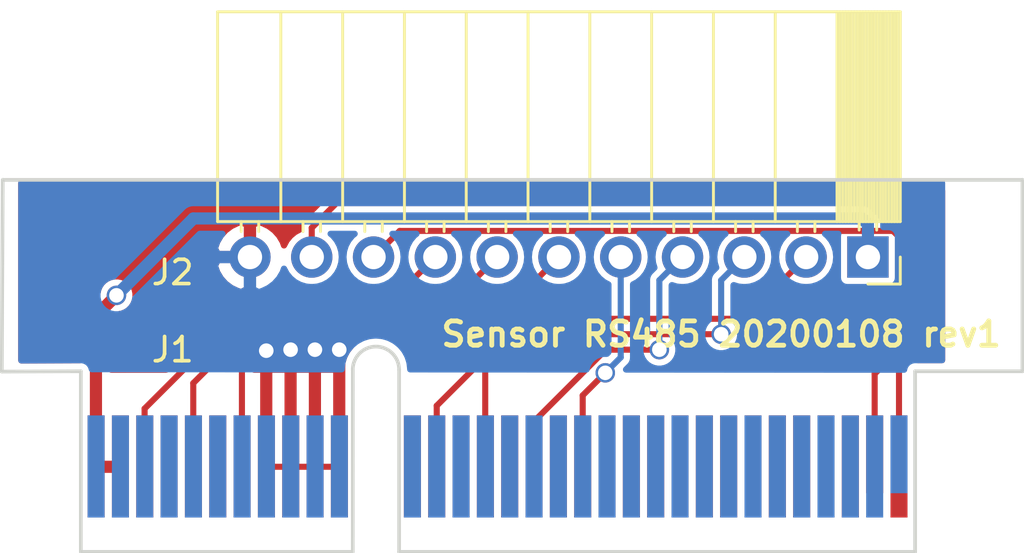
<source format=kicad_pcb>
(kicad_pcb (version 20171130) (host pcbnew "(5.1.2-1)-1")

  (general
    (thickness 1.6)
    (drawings 13)
    (tracks 72)
    (zones 0)
    (modules 2)
    (nets 12)
  )

  (page A4)
  (layers
    (0 F.Cu signal)
    (31 B.Cu signal)
    (32 B.Adhes user)
    (33 F.Adhes user hide)
    (34 B.Paste user)
    (35 F.Paste user)
    (36 B.SilkS user)
    (37 F.SilkS user)
    (38 B.Mask user hide)
    (39 F.Mask user)
    (40 Dwgs.User user hide)
    (41 Cmts.User user hide)
    (42 Eco1.User user)
    (43 Eco2.User user)
    (44 Edge.Cuts user)
    (45 Margin user)
    (46 B.CrtYd user)
    (47 F.CrtYd user)
    (48 B.Fab user hide)
    (49 F.Fab user hide)
  )

  (setup
    (last_trace_width 0.5)
    (user_trace_width 0.25)
    (user_trace_width 0.5)
    (trace_clearance 0.1)
    (zone_clearance 0.254)
    (zone_45_only no)
    (trace_min 0.2)
    (via_size 0.8)
    (via_drill 0.6)
    (via_min_size 0.4)
    (via_min_drill 0.3)
    (uvia_size 0.3)
    (uvia_drill 0.1)
    (uvias_allowed no)
    (uvia_min_size 0.2)
    (uvia_min_drill 0.1)
    (edge_width 0.15)
    (segment_width 0.2)
    (pcb_text_width 0.1)
    (pcb_text_size 0.5 0.5)
    (mod_edge_width 0.1)
    (mod_text_size 0.5 0.5)
    (mod_text_width 0.1)
    (pad_size 1.7 1.7)
    (pad_drill 1)
    (pad_to_mask_clearance 0.05)
    (solder_mask_min_width 0.1)
    (aux_axis_origin 0 0)
    (visible_elements 7FFFFFFF)
    (pcbplotparams
      (layerselection 0x010fc_ffffffff)
      (usegerberextensions false)
      (usegerberattributes false)
      (usegerberadvancedattributes false)
      (creategerberjobfile false)
      (excludeedgelayer true)
      (linewidth 0.100000)
      (plotframeref false)
      (viasonmask false)
      (mode 1)
      (useauxorigin false)
      (hpglpennumber 1)
      (hpglpenspeed 20)
      (hpglpendiameter 15.000000)
      (psnegative false)
      (psa4output false)
      (plotreference true)
      (plotvalue true)
      (plotinvisibletext false)
      (padsonsilk false)
      (subtractmaskfromsilk false)
      (outputformat 1)
      (mirror false)
      (drillshape 1)
      (scaleselection 1)
      (outputdirectory ""))
  )

  (net 0 "")
  (net 1 GND)
  (net 2 /CP0)
  (net 3 /Adr1)
  (net 4 /CP1)
  (net 5 /Adr0)
  (net 6 /Adr2)
  (net 7 /Vin_5V)
  (net 8 /RS485_A)
  (net 9 /RS485_B)
  (net 10 /RS485_Z)
  (net 11 /RS485_Y)

  (net_class Default "Dies ist die voreingestellte Netzklasse."
    (clearance 0.1)
    (trace_width 0.25)
    (via_dia 0.8)
    (via_drill 0.6)
    (uvia_dia 0.3)
    (uvia_drill 0.1)
    (add_net /Adr0)
    (add_net /Adr1)
    (add_net /Adr2)
    (add_net /CP0)
    (add_net /CP1)
    (add_net /RS485_A)
    (add_net /RS485_B)
    (add_net /RS485_Y)
    (add_net /RS485_Z)
    (add_net /Vin_5V)
    (add_net GND)
  )

  (net_class PWR ""
    (clearance 0.1)
    (trace_width 0.5)
    (via_dia 0.8)
    (via_drill 0.6)
    (uvia_dia 0.3)
    (uvia_drill 0.1)
  )

  (module Connector_PinSocket_2.54mm:PinSocket_1x11_P2.54mm_Horizontal (layer F.Cu) (tedit 5A19A41D) (tstamp 5D9DAB24)
    (at 141.9225 109.5375 270)
    (descr "Through hole angled socket strip, 1x11, 2.54mm pitch, 8.51mm socket length, single row (from Kicad 4.0.7), script generated")
    (tags "Through hole angled socket strip THT 1x11 2.54mm single row")
    (path /5DA21663)
    (fp_text reference J2 (at 0.635 28.575 180) (layer F.SilkS)
      (effects (font (size 1 1) (thickness 0.15)))
    )
    (fp_text value Conn_01x11_Male (at -4.38 28.17 90) (layer F.Fab)
      (effects (font (size 1 1) (thickness 0.15)))
    )
    (fp_line (start -10.03 -1.27) (end -2.49 -1.27) (layer F.Fab) (width 0.1))
    (fp_line (start -2.49 -1.27) (end -1.52 -0.3) (layer F.Fab) (width 0.1))
    (fp_line (start -1.52 -0.3) (end -1.52 26.67) (layer F.Fab) (width 0.1))
    (fp_line (start -1.52 26.67) (end -10.03 26.67) (layer F.Fab) (width 0.1))
    (fp_line (start -10.03 26.67) (end -10.03 -1.27) (layer F.Fab) (width 0.1))
    (fp_line (start 0 -0.3) (end -1.52 -0.3) (layer F.Fab) (width 0.1))
    (fp_line (start -1.52 0.3) (end 0 0.3) (layer F.Fab) (width 0.1))
    (fp_line (start 0 0.3) (end 0 -0.3) (layer F.Fab) (width 0.1))
    (fp_line (start 0 2.24) (end -1.52 2.24) (layer F.Fab) (width 0.1))
    (fp_line (start -1.52 2.84) (end 0 2.84) (layer F.Fab) (width 0.1))
    (fp_line (start 0 2.84) (end 0 2.24) (layer F.Fab) (width 0.1))
    (fp_line (start 0 4.78) (end -1.52 4.78) (layer F.Fab) (width 0.1))
    (fp_line (start -1.52 5.38) (end 0 5.38) (layer F.Fab) (width 0.1))
    (fp_line (start 0 5.38) (end 0 4.78) (layer F.Fab) (width 0.1))
    (fp_line (start 0 7.32) (end -1.52 7.32) (layer F.Fab) (width 0.1))
    (fp_line (start -1.52 7.92) (end 0 7.92) (layer F.Fab) (width 0.1))
    (fp_line (start 0 7.92) (end 0 7.32) (layer F.Fab) (width 0.1))
    (fp_line (start 0 9.86) (end -1.52 9.86) (layer F.Fab) (width 0.1))
    (fp_line (start -1.52 10.46) (end 0 10.46) (layer F.Fab) (width 0.1))
    (fp_line (start 0 10.46) (end 0 9.86) (layer F.Fab) (width 0.1))
    (fp_line (start 0 12.4) (end -1.52 12.4) (layer F.Fab) (width 0.1))
    (fp_line (start -1.52 13) (end 0 13) (layer F.Fab) (width 0.1))
    (fp_line (start 0 13) (end 0 12.4) (layer F.Fab) (width 0.1))
    (fp_line (start 0 14.94) (end -1.52 14.94) (layer F.Fab) (width 0.1))
    (fp_line (start -1.52 15.54) (end 0 15.54) (layer F.Fab) (width 0.1))
    (fp_line (start 0 15.54) (end 0 14.94) (layer F.Fab) (width 0.1))
    (fp_line (start 0 17.48) (end -1.52 17.48) (layer F.Fab) (width 0.1))
    (fp_line (start -1.52 18.08) (end 0 18.08) (layer F.Fab) (width 0.1))
    (fp_line (start 0 18.08) (end 0 17.48) (layer F.Fab) (width 0.1))
    (fp_line (start 0 20.02) (end -1.52 20.02) (layer F.Fab) (width 0.1))
    (fp_line (start -1.52 20.62) (end 0 20.62) (layer F.Fab) (width 0.1))
    (fp_line (start 0 20.62) (end 0 20.02) (layer F.Fab) (width 0.1))
    (fp_line (start 0 22.56) (end -1.52 22.56) (layer F.Fab) (width 0.1))
    (fp_line (start -1.52 23.16) (end 0 23.16) (layer F.Fab) (width 0.1))
    (fp_line (start 0 23.16) (end 0 22.56) (layer F.Fab) (width 0.1))
    (fp_line (start 0 25.1) (end -1.52 25.1) (layer F.Fab) (width 0.1))
    (fp_line (start -1.52 25.7) (end 0 25.7) (layer F.Fab) (width 0.1))
    (fp_line (start 0 25.7) (end 0 25.1) (layer F.Fab) (width 0.1))
    (fp_line (start -10.09 -1.21) (end -1.46 -1.21) (layer F.SilkS) (width 0.12))
    (fp_line (start -10.09 -1.091905) (end -1.46 -1.091905) (layer F.SilkS) (width 0.12))
    (fp_line (start -10.09 -0.97381) (end -1.46 -0.97381) (layer F.SilkS) (width 0.12))
    (fp_line (start -10.09 -0.855715) (end -1.46 -0.855715) (layer F.SilkS) (width 0.12))
    (fp_line (start -10.09 -0.73762) (end -1.46 -0.73762) (layer F.SilkS) (width 0.12))
    (fp_line (start -10.09 -0.619525) (end -1.46 -0.619525) (layer F.SilkS) (width 0.12))
    (fp_line (start -10.09 -0.50143) (end -1.46 -0.50143) (layer F.SilkS) (width 0.12))
    (fp_line (start -10.09 -0.383335) (end -1.46 -0.383335) (layer F.SilkS) (width 0.12))
    (fp_line (start -10.09 -0.26524) (end -1.46 -0.26524) (layer F.SilkS) (width 0.12))
    (fp_line (start -10.09 -0.147145) (end -1.46 -0.147145) (layer F.SilkS) (width 0.12))
    (fp_line (start -10.09 -0.02905) (end -1.46 -0.02905) (layer F.SilkS) (width 0.12))
    (fp_line (start -10.09 0.089045) (end -1.46 0.089045) (layer F.SilkS) (width 0.12))
    (fp_line (start -10.09 0.20714) (end -1.46 0.20714) (layer F.SilkS) (width 0.12))
    (fp_line (start -10.09 0.325235) (end -1.46 0.325235) (layer F.SilkS) (width 0.12))
    (fp_line (start -10.09 0.44333) (end -1.46 0.44333) (layer F.SilkS) (width 0.12))
    (fp_line (start -10.09 0.561425) (end -1.46 0.561425) (layer F.SilkS) (width 0.12))
    (fp_line (start -10.09 0.67952) (end -1.46 0.67952) (layer F.SilkS) (width 0.12))
    (fp_line (start -10.09 0.797615) (end -1.46 0.797615) (layer F.SilkS) (width 0.12))
    (fp_line (start -10.09 0.91571) (end -1.46 0.91571) (layer F.SilkS) (width 0.12))
    (fp_line (start -10.09 1.033805) (end -1.46 1.033805) (layer F.SilkS) (width 0.12))
    (fp_line (start -10.09 1.1519) (end -1.46 1.1519) (layer F.SilkS) (width 0.12))
    (fp_line (start -1.46 -0.36) (end -1.11 -0.36) (layer F.SilkS) (width 0.12))
    (fp_line (start -1.46 0.36) (end -1.11 0.36) (layer F.SilkS) (width 0.12))
    (fp_line (start -1.46 2.18) (end -1.05 2.18) (layer F.SilkS) (width 0.12))
    (fp_line (start -1.46 2.9) (end -1.05 2.9) (layer F.SilkS) (width 0.12))
    (fp_line (start -1.46 4.72) (end -1.05 4.72) (layer F.SilkS) (width 0.12))
    (fp_line (start -1.46 5.44) (end -1.05 5.44) (layer F.SilkS) (width 0.12))
    (fp_line (start -1.46 7.26) (end -1.05 7.26) (layer F.SilkS) (width 0.12))
    (fp_line (start -1.46 7.98) (end -1.05 7.98) (layer F.SilkS) (width 0.12))
    (fp_line (start -1.46 9.8) (end -1.05 9.8) (layer F.SilkS) (width 0.12))
    (fp_line (start -1.46 10.52) (end -1.05 10.52) (layer F.SilkS) (width 0.12))
    (fp_line (start -1.46 12.34) (end -1.05 12.34) (layer F.SilkS) (width 0.12))
    (fp_line (start -1.46 13.06) (end -1.05 13.06) (layer F.SilkS) (width 0.12))
    (fp_line (start -1.46 14.88) (end -1.05 14.88) (layer F.SilkS) (width 0.12))
    (fp_line (start -1.46 15.6) (end -1.05 15.6) (layer F.SilkS) (width 0.12))
    (fp_line (start -1.46 17.42) (end -1.05 17.42) (layer F.SilkS) (width 0.12))
    (fp_line (start -1.46 18.14) (end -1.05 18.14) (layer F.SilkS) (width 0.12))
    (fp_line (start -1.46 19.96) (end -1.05 19.96) (layer F.SilkS) (width 0.12))
    (fp_line (start -1.46 20.68) (end -1.05 20.68) (layer F.SilkS) (width 0.12))
    (fp_line (start -1.46 22.5) (end -1.05 22.5) (layer F.SilkS) (width 0.12))
    (fp_line (start -1.46 23.22) (end -1.05 23.22) (layer F.SilkS) (width 0.12))
    (fp_line (start -1.46 25.04) (end -1.05 25.04) (layer F.SilkS) (width 0.12))
    (fp_line (start -1.46 25.76) (end -1.05 25.76) (layer F.SilkS) (width 0.12))
    (fp_line (start -10.09 1.27) (end -1.46 1.27) (layer F.SilkS) (width 0.12))
    (fp_line (start -10.09 3.81) (end -1.46 3.81) (layer F.SilkS) (width 0.12))
    (fp_line (start -10.09 6.35) (end -1.46 6.35) (layer F.SilkS) (width 0.12))
    (fp_line (start -10.09 8.89) (end -1.46 8.89) (layer F.SilkS) (width 0.12))
    (fp_line (start -10.09 11.43) (end -1.46 11.43) (layer F.SilkS) (width 0.12))
    (fp_line (start -10.09 13.97) (end -1.46 13.97) (layer F.SilkS) (width 0.12))
    (fp_line (start -10.09 16.51) (end -1.46 16.51) (layer F.SilkS) (width 0.12))
    (fp_line (start -10.09 19.05) (end -1.46 19.05) (layer F.SilkS) (width 0.12))
    (fp_line (start -10.09 21.59) (end -1.46 21.59) (layer F.SilkS) (width 0.12))
    (fp_line (start -10.09 24.13) (end -1.46 24.13) (layer F.SilkS) (width 0.12))
    (fp_line (start -10.09 -1.33) (end -1.46 -1.33) (layer F.SilkS) (width 0.12))
    (fp_line (start -1.46 -1.33) (end -1.46 26.73) (layer F.SilkS) (width 0.12))
    (fp_line (start -10.09 26.73) (end -1.46 26.73) (layer F.SilkS) (width 0.12))
    (fp_line (start -10.09 -1.33) (end -10.09 26.73) (layer F.SilkS) (width 0.12))
    (fp_line (start 1.11 -1.33) (end 1.11 0) (layer F.SilkS) (width 0.12))
    (fp_line (start 0 -1.33) (end 1.11 -1.33) (layer F.SilkS) (width 0.12))
    (fp_line (start 1.75 -1.8) (end -10.55 -1.8) (layer F.CrtYd) (width 0.05))
    (fp_line (start -10.55 -1.8) (end -10.55 27.15) (layer F.CrtYd) (width 0.05))
    (fp_line (start -10.55 27.15) (end 1.75 27.15) (layer F.CrtYd) (width 0.05))
    (fp_line (start 1.75 27.15) (end 1.75 -1.8) (layer F.CrtYd) (width 0.05))
    (fp_text user %R (at -5.775 12.7) (layer F.Fab)
      (effects (font (size 1 1) (thickness 0.15)))
    )
    (pad 1 thru_hole rect (at 0 0 270) (size 1.7 1.7) (drill 1) (layers *.Cu *.Mask)
      (net 7 /Vin_5V))
    (pad 2 thru_hole oval (at 0 2.54 270) (size 1.7 1.7) (drill 1) (layers *.Cu *.Mask)
      (net 8 /RS485_A))
    (pad 3 thru_hole oval (at 0 5.08 270) (size 1.7 1.7) (drill 1) (layers *.Cu *.Mask)
      (net 9 /RS485_B))
    (pad 4 thru_hole oval (at 0 7.62 270) (size 1.7 1.7) (drill 1) (layers *.Cu *.Mask)
      (net 10 /RS485_Z))
    (pad 5 thru_hole oval (at 0 10.16 270) (size 1.7 1.7) (drill 1) (layers *.Cu *.Mask)
      (net 11 /RS485_Y))
    (pad 6 thru_hole oval (at 0 12.7 270) (size 1.7 1.7) (drill 1) (layers *.Cu *.Mask)
      (net 6 /Adr2))
    (pad 7 thru_hole oval (at 0 15.24 270) (size 1.7 1.7) (drill 1) (layers *.Cu *.Mask)
      (net 3 /Adr1))
    (pad 8 thru_hole oval (at 0 17.78 270) (size 1.7 1.7) (drill 1) (layers *.Cu *.Mask)
      (net 5 /Adr0))
    (pad 9 thru_hole oval (at 0 20.32 270) (size 1.7 1.7) (drill 1) (layers *.Cu *.Mask)
      (net 2 /CP0))
    (pad 10 thru_hole oval (at 0 22.86 270) (size 1.7 1.7) (drill 1) (layers *.Cu *.Mask)
      (net 4 /CP1))
    (pad 11 thru_hole oval (at 0 25.4 270) (size 1.7 1.7) (drill 1) (layers *.Cu *.Mask)
      (net 1 GND))
    (model ${KISYS3DMOD}/Connector_PinSocket_2.54mm.3dshapes/PinSocket_1x11_P2.54mm_Horizontal.wrl
      (at (xyz 0 0 0))
      (scale (xyz 1 1 1))
      (rotate (xyz 0 0 0))
    )
  )

  (module samtec_pci:SAMTEC_PCIE_064-02-F-D-TH-Tochter (layer F.Cu) (tedit 5D1D9C51) (tstamp 5D9DAAAF)
    (at 121.699501 116.052401)
    (path /5D9F96CC)
    (fp_text reference J1 (at -8.352001 -2.704901) (layer F.SilkS)
      (effects (font (size 1 1) (thickness 0.15)))
    )
    (fp_text value PCIE-064-02-F-D-TH-tochter (at 2.7432 -6.3246) (layer F.Fab)
      (effects (font (size 1 1) (thickness 0.15)))
    )
    (fp_line (start -0.95 -1.86) (end -0.95 5.6) (layer Eco1.User) (width 0.12))
    (fp_line (start 0.95 -1.86) (end 0.95 5.6) (layer Eco1.User) (width 0.12))
    (fp_line (start 0.95 5.6) (end 22.15 5.588) (layer Eco1.User) (width 0.12))
    (fp_line (start -0.95 5.6) (end -12.15 5.6) (layer Eco1.User) (width 0.12))
    (fp_line (start -12.15 5.6) (end -12.15 -1.86) (layer Eco1.User) (width 0.12))
    (fp_line (start 22.15 5.6) (end 22.15 -1.86) (layer Eco1.User) (width 0.12))
    (fp_arc (start 0 -1.86) (end 0.95 -1.86) (angle -180) (layer Eco1.User) (width 0.12))
    (fp_line (start -12.15 -1.86) (end -15.15 -1.86) (layer Eco1.User) (width 0.12))
    (fp_line (start 22.15 -1.86) (end 25.15 -1.86) (layer Eco1.User) (width 0.12))
    (pad B1 connect rect (at -11.5 2.1) (size 0.7 4.2) (layers F.Cu F.Mask)
      (net 7 /Vin_5V))
    (pad B2 connect rect (at -10.5 2.1) (size 0.7 4.2) (layers F.Cu F.Mask)
      (net 7 /Vin_5V))
    (pad B3 connect rect (at -9.5 2.1) (size 0.7 4.2) (layers F.Cu F.Mask)
      (net 5 /Adr0))
    (pad B4 connect rect (at -8.5 2.1) (size 0.7 4.2) (layers F.Cu F.Mask))
    (pad B5 connect rect (at -7.5 2.1) (size 0.7 4.2) (layers F.Cu F.Mask)
      (net 3 /Adr1))
    (pad B6 connect rect (at -6.5 2.1) (size 0.7 4.2) (layers F.Cu F.Mask))
    (pad B7 connect rect (at -5.5 2.1) (size 0.7 4.2) (layers F.Cu F.Mask)
      (net 6 /Adr2))
    (pad B8 connect rect (at -4.5 2.1) (size 0.7 4.2) (layers F.Cu F.Mask)
      (net 1 GND))
    (pad B9 connect rect (at -3.5 2.1) (size 0.7 4.2) (layers F.Cu F.Mask)
      (net 1 GND))
    (pad B10 connect rect (at -2.5 2.1) (size 0.7 4.2) (layers F.Cu F.Mask)
      (net 1 GND))
    (pad B11 connect rect (at -1.5 2.1) (size 0.7 4.2) (layers F.Cu F.Mask)
      (net 1 GND))
    (pad B12 connect rect (at 1.5 2.1) (size 0.7 4.2) (layers F.Cu F.Mask))
    (pad B13 connect rect (at 2.5 2.1) (size 0.7 4.2) (layers F.Cu F.Mask)
      (net 8 /RS485_A))
    (pad B14 connect rect (at 3.5 2.1) (size 0.7 4.2) (layers F.Cu F.Mask))
    (pad B15 connect rect (at 4.5 2.1) (size 0.7 4.2) (layers F.Cu F.Mask)
      (net 9 /RS485_B))
    (pad B16 connect rect (at 5.5 2.1) (size 0.7 4.2) (layers F.Cu F.Mask))
    (pad B17 connect rect (at 6.5 2.1) (size 0.7 4.2) (layers F.Cu F.Mask)
      (net 10 /RS485_Z))
    (pad B18 connect rect (at 7.5 2.1) (size 0.7 4.2) (layers F.Cu F.Mask))
    (pad B19 connect rect (at 8.5 2.1) (size 0.7 4.2) (layers F.Cu F.Mask)
      (net 11 /RS485_Y))
    (pad B20 connect rect (at 9.5 2.1) (size 0.7 4.2) (layers F.Cu F.Mask))
    (pad B21 connect rect (at 10.5 2.1) (size 0.7 4.2) (layers F.Cu F.Mask))
    (pad B22 connect rect (at 11.5 2.1) (size 0.7 4.2) (layers F.Cu F.Mask))
    (pad B23 connect rect (at 12.5 2.1) (size 0.7 4.2) (layers F.Cu F.Mask))
    (pad B24 connect rect (at 13.5 2.1) (size 0.7 4.2) (layers F.Cu F.Mask))
    (pad B25 connect rect (at 14.5 2.1) (size 0.7 4.2) (layers F.Cu F.Mask))
    (pad B26 connect rect (at 15.5 2.1) (size 0.7 4.2) (layers F.Cu F.Mask))
    (pad B27 connect rect (at 16.5 2.1) (size 0.7 4.2) (layers F.Cu F.Mask))
    (pad B28 connect rect (at 17.5 2.1) (size 0.7 4.2) (layers F.Cu F.Mask))
    (pad B29 connect rect (at 18.5 2.1) (size 0.7 4.2) (layers F.Cu F.Mask))
    (pad B30 connect rect (at 19.5 2.1) (size 0.7 4.2) (layers F.Cu F.Mask))
    (pad B31 connect rect (at 20.5 1.6) (size 0.7 3.2) (layers F.Cu F.Mask)
      (net 2 /CP0))
    (pad B32 connect rect (at 21.5 2.1) (size 0.7 4.2) (layers F.Cu F.Mask)
      (net 4 /CP1))
    (pad A1 connect rect (at -11.5 2.1) (size 0.7 4.2) (layers B.Cu F.Mask))
    (pad A2 connect rect (at -10.5 2.1) (size 0.7 4.2) (layers B.Cu F.Mask))
    (pad A3 connect rect (at -9.5 2.1) (size 0.7 4.2) (layers B.Cu F.Mask))
    (pad A4 connect rect (at -8.5 2.1) (size 0.7 4.2) (layers B.Cu F.Mask))
    (pad A5 connect rect (at -7.5 2.1) (size 0.7 4.2) (layers B.Cu F.Mask))
    (pad A6 connect rect (at -6.5 2.1) (size 0.7 4.2) (layers B.Cu F.Mask))
    (pad A7 connect rect (at -5.5 2.1) (size 0.7 4.2) (layers B.Cu F.Mask))
    (pad A8 connect rect (at -4.5 2.1) (size 0.7 4.2) (layers B.Cu F.Mask))
    (pad A9 connect rect (at -3.5 2.1) (size 0.7 4.2) (layers B.Cu F.Mask))
    (pad A10 connect rect (at -2.5 2.1) (size 0.7 4.2) (layers B.Cu F.Mask))
    (pad A11 connect rect (at -1.5 2.1) (size 0.7 4.2) (layers B.Cu F.Mask))
    (pad A12 connect rect (at 1.5 2.1) (size 0.7 4.2) (layers B.Cu F.Mask))
    (pad A13 connect rect (at 2.5 2.1) (size 0.7 4.2) (layers B.Cu F.Mask))
    (pad A14 connect rect (at 3.5 2.1) (size 0.7 4.2) (layers B.Cu F.Mask))
    (pad A15 connect rect (at 4.5 2.1) (size 0.7 4.2) (layers B.Cu F.Mask))
    (pad A16 connect rect (at 5.5 2.1) (size 0.7 4.2) (layers B.Cu F.Mask))
    (pad A17 connect rect (at 6.5 2.1) (size 0.7 4.2) (layers B.Cu F.Mask))
    (pad A18 connect rect (at 7.5 2.1) (size 0.7 4.2) (layers B.Cu F.Mask))
    (pad A19 connect rect (at 8.5 2.1) (size 0.7 4.2) (layers B.Cu F.Mask))
    (pad A20 connect rect (at 9.5 2.1) (size 0.7 4.2) (layers B.Cu F.Mask))
    (pad A21 connect rect (at 10.5 2.1) (size 0.7 4.2) (layers B.Cu F.Mask))
    (pad A22 connect rect (at 11.5 2.1) (size 0.7 4.2) (layers B.Cu F.Mask))
    (pad A23 connect rect (at 12.5 2.1) (size 0.7 4.2) (layers B.Cu F.Mask))
    (pad A24 connect rect (at 13.5 2.1) (size 0.7 4.2) (layers B.Cu F.Mask))
    (pad A25 connect rect (at 14.5 2.1) (size 0.7 4.2) (layers B.Cu F.Mask))
    (pad A26 connect rect (at 15.5 2.1) (size 0.7 4.2) (layers B.Cu F.Mask))
    (pad A27 connect rect (at 16.5 2.1) (size 0.7 4.2) (layers B.Cu F.Mask))
    (pad A28 connect rect (at 17.5 2.1) (size 0.7 4.2) (layers B.Cu F.Mask))
    (pad A29 connect rect (at 18.5 2.1) (size 0.7 4.2) (layers B.Cu F.Mask))
    (pad A30 connect rect (at 19.5 2.1) (size 0.7 4.2) (layers B.Cu F.Mask))
    (pad A31 connect rect (at 20.5 2.1) (size 0.7 4.2) (layers B.Cu F.Mask))
    (pad A32 connect rect (at 21.5 1.6) (size 0.7 3.2) (layers B.Cu F.Mask))
  )

  (gr_arc (start 121.7005 114.173) (end 122.653 114.173) (angle -180) (layer Edge.Cuts) (width 0.15))
  (gr_line (start 109.572 114.2365) (end 106.3244 114.2492) (layer Edge.Cuts) (width 0.15) (tstamp 5D249302))
  (gr_line (start 109.572 121.666) (end 109.572 114.2365) (layer Edge.Cuts) (width 0.15))
  (gr_line (start 120.748 121.666) (end 109.572 121.666) (layer Edge.Cuts) (width 0.15))
  (gr_line (start 120.75 114.173) (end 120.748 121.666) (layer Edge.Cuts) (width 0.15))
  (gr_line (start 122.653 121.666) (end 122.653 114.173) (layer Edge.Cuts) (width 0.15))
  (gr_line (start 143.862 121.666) (end 122.653 121.666) (layer Edge.Cuts) (width 0.15))
  (gr_line (start 143.862 114.2365) (end 143.862 121.666) (layer Edge.Cuts) (width 0.15))
  (gr_line (start 148.2725 114.2365) (end 143.862 114.2365) (layer Edge.Cuts) (width 0.15))
  (gr_text "Sensor RS485 20200108 rev1" (at 135.89 112.7125) (layer F.SilkS) (tstamp 5D1F50E1)
    (effects (font (size 1 1) (thickness 0.2)))
  )
  (gr_line (start 106.3244 114.2492) (end 106.3625 106.3625) (layer Edge.Cuts) (width 0.15) (tstamp 5D9DB997))
  (gr_line (start 148.2725 106.3625) (end 148.2725 114.2365) (layer Edge.Cuts) (width 0.15))
  (gr_line (start 106.3625 106.3625) (end 148.2725 106.3625) (layer Edge.Cuts) (width 0.15) (tstamp 5D1F9C7C))

  (segment (start 119.19288 118.1653) (end 120.19288 118.1653) (width 0.25) (layer F.Cu) (net 1) (status 30))
  (segment (start 119.19288 118.1653) (end 117.19288 118.1653) (width 0.25) (layer F.Cu) (net 1) (status 30))
  (segment (start 117.19288 118.1653) (end 117.19288 113.38848) (width 0.5) (layer F.Cu) (net 1) (status 10))
  (segment (start 119.19288 119.99072) (end 119.19288 113.3475) (width 0.5) (layer F.Cu) (net 1) (status 10))
  (segment (start 118.19288 119.00952) (end 118.19288 113.3475) (width 0.5) (layer F.Cu) (net 1) (status 10))
  (segment (start 117.19288 113.38848) (end 117.19288 113.38848) (width 0.5) (layer F.Cu) (net 1) (tstamp 5E15BBB9) (status 10))
  (via (at 117.19288 113.38848) (size 0.8) (drill 0.6) (layers F.Cu B.Cu) (net 1))
  (segment (start 118.19288 113.3475) (end 118.19288 113.3475) (width 0.5) (layer F.Cu) (net 1) (tstamp 5E15BBBB) (status 10))
  (via (at 118.19288 113.3475) (size 0.8) (drill 0.6) (layers F.Cu B.Cu) (net 1))
  (segment (start 119.19288 113.3475) (end 119.19288 113.3475) (width 0.5) (layer F.Cu) (net 1) (tstamp 5E15BBBD) (status 10))
  (via (at 119.19288 113.3475) (size 0.8) (drill 0.6) (layers F.Cu B.Cu) (net 1))
  (segment (start 120.19288 113.3475) (end 120.19288 113.3475) (width 0.5) (layer F.Cu) (net 1) (tstamp 5E15BBBF) (status 10))
  (via (at 120.19288 113.3475) (size 0.8) (drill 0.6) (layers F.Cu B.Cu) (net 1))
  (segment (start 120.19288 118.14578) (end 120.199501 118.152401) (width 0.25) (layer F.Cu) (net 1))
  (segment (start 120.19288 113.3475) (end 120.19288 118.14578) (width 0.5) (layer F.Cu) (net 1))
  (segment (start 121.14538 109.43598) (end 121.14538 109.43598) (width 0.25) (layer F.Cu) (net 2) (tstamp 5D5E2FC7))
  (segment (start 143.51 113.03) (end 142.199501 114.340499) (width 0.25) (layer F.Cu) (net 2))
  (segment (start 143.51 109.019998) (end 143.51 113.03) (width 0.25) (layer F.Cu) (net 2))
  (segment (start 142.952501 108.462499) (end 143.51 109.019998) (width 0.25) (layer F.Cu) (net 2))
  (segment (start 142.199501 114.340499) (end 142.199501 117.652401) (width 0.25) (layer F.Cu) (net 2))
  (segment (start 122.677501 108.462499) (end 142.952501 108.462499) (width 0.25) (layer F.Cu) (net 2))
  (segment (start 121.6025 109.5375) (end 122.677501 108.462499) (width 0.25) (layer F.Cu) (net 2))
  (segment (start 114.19288 114.72462) (end 114.19288 118.1653) (width 0.25) (layer F.Cu) (net 3))
  (segment (start 116.84 112.0775) (end 114.19288 114.72462) (width 0.25) (layer F.Cu) (net 3))
  (segment (start 124.1425 112.0775) (end 116.84 112.0775) (width 0.25) (layer F.Cu) (net 3))
  (segment (start 126.6825 109.5375) (end 124.1425 112.0775) (width 0.25) (layer F.Cu) (net 3))
  (segment (start 119.0625 108.335419) (end 120.082919 107.315) (width 0.25) (layer F.Cu) (net 4))
  (segment (start 119.0625 109.5375) (end 119.0625 108.335419) (width 0.25) (layer F.Cu) (net 4))
  (segment (start 120.082919 107.315) (end 143.51 107.315) (width 0.25) (layer F.Cu) (net 4))
  (segment (start 143.86001 107.66501) (end 143.51 107.315) (width 0.25) (layer F.Cu) (net 4))
  (segment (start 143.86001 113.174978) (end 143.86001 107.66501) (width 0.25) (layer F.Cu) (net 4))
  (segment (start 143.199501 113.835487) (end 143.86001 113.174978) (width 0.25) (layer F.Cu) (net 4))
  (segment (start 143.199501 118.152401) (end 143.199501 113.835487) (width 0.25) (layer F.Cu) (net 4))
  (segment (start 122.2375 111.4425) (end 124.1425 109.5375) (width 0.25) (layer F.Cu) (net 5))
  (segment (start 112.19288 115.77212) (end 116.5225 111.4425) (width 0.25) (layer F.Cu) (net 5))
  (segment (start 116.5225 111.4425) (end 122.2375 111.4425) (width 0.25) (layer F.Cu) (net 5))
  (segment (start 112.19288 118.1653) (end 112.19288 115.77212) (width 0.25) (layer F.Cu) (net 5))
  (segment (start 126.0475 112.7125) (end 129.2225 109.5375) (width 0.25) (layer F.Cu) (net 6))
  (segment (start 116.87926 112.7125) (end 126.0475 112.7125) (width 0.25) (layer F.Cu) (net 6))
  (segment (start 116.19288 113.39888) (end 116.87926 112.7125) (width 0.25) (layer F.Cu) (net 6))
  (segment (start 116.19288 118.1653) (end 116.19288 113.39888) (width 0.25) (layer F.Cu) (net 6))
  (segment (start 110.19288 118.1653) (end 110.19288 113.49488) (width 0.5) (layer F.Cu) (net 7) (status 10))
  (segment (start 111.19288 118.1653) (end 110.19288 118.1653) (width 0.5) (layer F.Cu) (net 7) (status 30))
  (segment (start 110.19288 113.49488) (end 110.19288 111.95552) (width 0.5) (layer F.Cu) (net 7))
  (segment (start 110.19288 111.95552) (end 111.0361 111.1123) (width 0.5) (layer F.Cu) (net 7))
  (via (at 111.0361 111.1123) (size 0.8) (drill 0.6) (layers F.Cu B.Cu) (net 7))
  (segment (start 141.9225 108.1875) (end 141.9225 109.5375) (width 0.5) (layer B.Cu) (net 7))
  (segment (start 141.685 107.95) (end 141.9225 108.1875) (width 0.5) (layer B.Cu) (net 7))
  (segment (start 114.1984 107.95) (end 141.685 107.95) (width 0.5) (layer B.Cu) (net 7))
  (segment (start 111.0361 111.1123) (end 114.1984 107.95) (width 0.5) (layer B.Cu) (net 7))
  (segment (start 136.8425 112.0775) (end 138.532501 110.387499) (width 0.25) (layer F.Cu) (net 8))
  (segment (start 138.532501 110.387499) (end 139.3825 109.5375) (width 0.25) (layer F.Cu) (net 8))
  (segment (start 124.199501 118.152401) (end 124.199501 115.653009) (width 0.25) (layer F.Cu) (net 8))
  (segment (start 124.199501 115.653009) (end 127.77501 112.0775) (width 0.25) (layer F.Cu) (net 8))
  (segment (start 127.77501 112.0775) (end 136.8425 112.0775) (width 0.25) (layer F.Cu) (net 8))
  (via (at 135.89 112.7125) (size 0.8) (drill 0.6) (layers F.Cu B.Cu) (net 9))
  (segment (start 135.89 110.49) (end 136.8425 109.5375) (width 0.25) (layer B.Cu) (net 9))
  (segment (start 135.89 112.7125) (end 135.89 110.49) (width 0.25) (layer B.Cu) (net 9))
  (segment (start 127.635 112.7125) (end 135.89 112.7125) (width 0.25) (layer F.Cu) (net 9))
  (segment (start 126.19288 114.15462) (end 127.635 112.7125) (width 0.25) (layer F.Cu) (net 9))
  (segment (start 126.19288 118.1653) (end 126.19288 114.15462) (width 0.25) (layer F.Cu) (net 9))
  (segment (start 128.199501 116.297399) (end 131.1494 113.3475) (width 0.25) (layer F.Cu) (net 10))
  (segment (start 128.199501 118.152401) (end 128.199501 116.297399) (width 0.25) (layer F.Cu) (net 10))
  (segment (start 131.1494 113.3475) (end 133.35 113.3475) (width 0.25) (layer F.Cu) (net 10))
  (via (at 133.35 113.3475) (size 0.8) (drill 0.6) (layers F.Cu B.Cu) (net 10))
  (segment (start 133.35 110.49) (end 134.3025 109.5375) (width 0.25) (layer B.Cu) (net 10))
  (segment (start 133.35 113.3475) (end 133.35 110.49) (width 0.25) (layer B.Cu) (net 10))
  (segment (start 130.199501 118.152401) (end 130.199501 115.227999) (width 0.25) (layer F.Cu) (net 11))
  (segment (start 130.199501 115.227999) (end 131.1275 114.3) (width 0.25) (layer F.Cu) (net 11))
  (via (at 131.1275 114.3) (size 0.8) (drill 0.6) (layers F.Cu B.Cu) (net 11))
  (segment (start 131.7625 113.665) (end 131.7625 109.5375) (width 0.25) (layer B.Cu) (net 11))
  (segment (start 131.1275 114.3) (end 131.7625 113.665) (width 0.25) (layer B.Cu) (net 11))

  (zone (net 1) (net_name GND) (layer B.Cu) (tstamp 5D28A447) (hatch edge 0.508)
    (connect_pads (clearance 0.254))
    (min_thickness 0.254)
    (fill yes (arc_segments 16) (thermal_gap 0.508) (thermal_bridge_width 0.508))
    (polygon
      (pts
        (xy 106.9975 106.3625) (xy 145.0975 106.3625) (xy 145.0975 114.3) (xy 106.9975 114.2746)
      )
    )
    (filled_polygon
      (pts
        (xy 144.9705 113.7805) (xy 143.884399 113.7805) (xy 143.862 113.778294) (xy 143.839601 113.7805) (xy 143.772608 113.787098)
        (xy 143.686652 113.813173) (xy 143.607434 113.855516) (xy 143.537999 113.912499) (xy 143.481016 113.981934) (xy 143.438673 114.061152)
        (xy 143.412598 114.147108) (xy 143.410159 114.171875) (xy 131.978838 114.164254) (xy 132.10272 114.040372) (xy 132.122027 114.024527)
        (xy 132.185259 113.947479) (xy 132.232245 113.859575) (xy 132.261178 113.764193) (xy 132.2685 113.689854) (xy 132.2685 113.689853)
        (xy 132.270948 113.665) (xy 132.2685 113.640146) (xy 132.2685 110.662853) (xy 132.449716 110.565991) (xy 132.63716 110.41216)
        (xy 132.790991 110.224716) (xy 132.905298 110.010863) (xy 132.975688 109.778818) (xy 132.999456 109.5375) (xy 132.975688 109.296182)
        (xy 132.905298 109.064137) (xy 132.790991 108.850284) (xy 132.63716 108.66284) (xy 132.537437 108.581) (xy 133.527563 108.581)
        (xy 133.42784 108.66284) (xy 133.274009 108.850284) (xy 133.159702 109.064137) (xy 133.089312 109.296182) (xy 133.065544 109.5375)
        (xy 133.089312 109.778818) (xy 133.148959 109.975449) (xy 133.00978 110.114629) (xy 132.990474 110.130473) (xy 132.927242 110.207521)
        (xy 132.918051 110.224716) (xy 132.880255 110.295426) (xy 132.851322 110.390808) (xy 132.841553 110.49) (xy 132.844001 110.514856)
        (xy 132.844 112.748999) (xy 132.743358 112.849641) (xy 132.657887 112.977558) (xy 132.599013 113.119691) (xy 132.569 113.270578)
        (xy 132.569 113.424422) (xy 132.599013 113.575309) (xy 132.657887 113.717442) (xy 132.743358 113.845359) (xy 132.852141 113.954142)
        (xy 132.980058 114.039613) (xy 133.122191 114.098487) (xy 133.273078 114.1285) (xy 133.426922 114.1285) (xy 133.577809 114.098487)
        (xy 133.719942 114.039613) (xy 133.847859 113.954142) (xy 133.956642 113.845359) (xy 134.042113 113.717442) (xy 134.100987 113.575309)
        (xy 134.131 113.424422) (xy 134.131 113.270578) (xy 134.100987 113.119691) (xy 134.042113 112.977558) (xy 133.956642 112.849641)
        (xy 133.856 112.748999) (xy 133.856 110.699591) (xy 133.864551 110.691041) (xy 134.061182 110.750688) (xy 134.242028 110.7685)
        (xy 134.362972 110.7685) (xy 134.543818 110.750688) (xy 134.775863 110.680298) (xy 134.989716 110.565991) (xy 135.17716 110.41216)
        (xy 135.330991 110.224716) (xy 135.445298 110.010863) (xy 135.515688 109.778818) (xy 135.539456 109.5375) (xy 135.515688 109.296182)
        (xy 135.445298 109.064137) (xy 135.330991 108.850284) (xy 135.17716 108.66284) (xy 135.077437 108.581) (xy 136.067563 108.581)
        (xy 135.96784 108.66284) (xy 135.814009 108.850284) (xy 135.699702 109.064137) (xy 135.629312 109.296182) (xy 135.605544 109.5375)
        (xy 135.629312 109.778818) (xy 135.688959 109.975449) (xy 135.54978 110.114629) (xy 135.530474 110.130473) (xy 135.467242 110.207521)
        (xy 135.458051 110.224716) (xy 135.420255 110.295426) (xy 135.391322 110.390808) (xy 135.381553 110.49) (xy 135.384001 110.514856)
        (xy 135.384 112.113999) (xy 135.283358 112.214641) (xy 135.197887 112.342558) (xy 135.139013 112.484691) (xy 135.109 112.635578)
        (xy 135.109 112.789422) (xy 135.139013 112.940309) (xy 135.197887 113.082442) (xy 135.283358 113.210359) (xy 135.392141 113.319142)
        (xy 135.520058 113.404613) (xy 135.662191 113.463487) (xy 135.813078 113.4935) (xy 135.966922 113.4935) (xy 136.117809 113.463487)
        (xy 136.259942 113.404613) (xy 136.387859 113.319142) (xy 136.496642 113.210359) (xy 136.582113 113.082442) (xy 136.640987 112.940309)
        (xy 136.671 112.789422) (xy 136.671 112.635578) (xy 136.640987 112.484691) (xy 136.582113 112.342558) (xy 136.496642 112.214641)
        (xy 136.396 112.113999) (xy 136.396 110.699591) (xy 136.404551 110.691041) (xy 136.601182 110.750688) (xy 136.782028 110.7685)
        (xy 136.902972 110.7685) (xy 137.083818 110.750688) (xy 137.315863 110.680298) (xy 137.529716 110.565991) (xy 137.71716 110.41216)
        (xy 137.870991 110.224716) (xy 137.985298 110.010863) (xy 138.055688 109.778818) (xy 138.079456 109.5375) (xy 138.055688 109.296182)
        (xy 137.985298 109.064137) (xy 137.870991 108.850284) (xy 137.71716 108.66284) (xy 137.617437 108.581) (xy 138.607563 108.581)
        (xy 138.50784 108.66284) (xy 138.354009 108.850284) (xy 138.239702 109.064137) (xy 138.169312 109.296182) (xy 138.145544 109.5375)
        (xy 138.169312 109.778818) (xy 138.239702 110.010863) (xy 138.354009 110.224716) (xy 138.50784 110.41216) (xy 138.695284 110.565991)
        (xy 138.909137 110.680298) (xy 139.141182 110.750688) (xy 139.322028 110.7685) (xy 139.442972 110.7685) (xy 139.623818 110.750688)
        (xy 139.855863 110.680298) (xy 140.069716 110.565991) (xy 140.25716 110.41216) (xy 140.410991 110.224716) (xy 140.525298 110.010863)
        (xy 140.595688 109.778818) (xy 140.619456 109.5375) (xy 140.595688 109.296182) (xy 140.525298 109.064137) (xy 140.410991 108.850284)
        (xy 140.25716 108.66284) (xy 140.157437 108.581) (xy 140.706663 108.581) (xy 140.697013 108.612811) (xy 140.689657 108.6875)
        (xy 140.689657 110.3875) (xy 140.697013 110.462189) (xy 140.718799 110.534008) (xy 140.754178 110.600196) (xy 140.801789 110.658211)
        (xy 140.859804 110.705822) (xy 140.925992 110.741201) (xy 140.997811 110.762987) (xy 141.0725 110.770343) (xy 142.7725 110.770343)
        (xy 142.847189 110.762987) (xy 142.919008 110.741201) (xy 142.985196 110.705822) (xy 143.043211 110.658211) (xy 143.090822 110.600196)
        (xy 143.126201 110.534008) (xy 143.147987 110.462189) (xy 143.155343 110.3875) (xy 143.155343 108.6875) (xy 143.147987 108.612811)
        (xy 143.126201 108.540992) (xy 143.090822 108.474804) (xy 143.043211 108.416789) (xy 142.985196 108.369178) (xy 142.919008 108.333799)
        (xy 142.847189 108.312013) (xy 142.7725 108.304657) (xy 142.5535 108.304657) (xy 142.5535 108.21849) (xy 142.556552 108.1875)
        (xy 142.5535 108.156509) (xy 142.5535 108.156502) (xy 142.54437 108.063802) (xy 142.508289 107.944858) (xy 142.449696 107.835239)
        (xy 142.370843 107.739157) (xy 142.346764 107.719396) (xy 142.153105 107.525737) (xy 142.133343 107.501657) (xy 142.037261 107.422804)
        (xy 141.927642 107.364211) (xy 141.808698 107.32813) (xy 141.715998 107.319) (xy 141.71599 107.319) (xy 141.685 107.315948)
        (xy 141.65401 107.319) (xy 114.229398 107.319) (xy 114.1984 107.315947) (xy 114.167402 107.319) (xy 114.074702 107.32813)
        (xy 113.955758 107.364211) (xy 113.846139 107.422804) (xy 113.750057 107.501657) (xy 113.730299 107.525732) (xy 110.916179 110.339853)
        (xy 110.808291 110.361313) (xy 110.666158 110.420187) (xy 110.538241 110.505658) (xy 110.429458 110.614441) (xy 110.343987 110.742358)
        (xy 110.285113 110.884491) (xy 110.2551 111.035378) (xy 110.2551 111.189222) (xy 110.285113 111.340109) (xy 110.343987 111.482242)
        (xy 110.429458 111.610159) (xy 110.538241 111.718942) (xy 110.666158 111.804413) (xy 110.808291 111.863287) (xy 110.959178 111.8933)
        (xy 111.113022 111.8933) (xy 111.263909 111.863287) (xy 111.406042 111.804413) (xy 111.533959 111.718942) (xy 111.642742 111.610159)
        (xy 111.728213 111.482242) (xy 111.787087 111.340109) (xy 111.808547 111.232221) (xy 113.146377 109.894391) (xy 115.081019 109.894391)
        (xy 115.178343 110.168752) (xy 115.327322 110.418855) (xy 115.522231 110.635088) (xy 115.75558 110.809141) (xy 116.018401 110.934325)
        (xy 116.16561 110.978976) (xy 116.3955 110.857655) (xy 116.3955 109.6645) (xy 115.201686 109.6645) (xy 115.081019 109.894391)
        (xy 113.146377 109.894391) (xy 114.459769 108.581) (xy 115.395057 108.581) (xy 115.327322 108.656145) (xy 115.178343 108.906248)
        (xy 115.081019 109.180609) (xy 115.201686 109.4105) (xy 116.3955 109.4105) (xy 116.3955 109.3905) (xy 116.6495 109.3905)
        (xy 116.6495 109.4105) (xy 116.6695 109.4105) (xy 116.6695 109.6645) (xy 116.6495 109.6645) (xy 116.6495 110.857655)
        (xy 116.87939 110.978976) (xy 117.026599 110.934325) (xy 117.28942 110.809141) (xy 117.522769 110.635088) (xy 117.717678 110.418855)
        (xy 117.866657 110.168752) (xy 117.921483 110.014195) (xy 118.034009 110.224716) (xy 118.18784 110.41216) (xy 118.375284 110.565991)
        (xy 118.589137 110.680298) (xy 118.821182 110.750688) (xy 119.002028 110.7685) (xy 119.122972 110.7685) (xy 119.303818 110.750688)
        (xy 119.535863 110.680298) (xy 119.749716 110.565991) (xy 119.93716 110.41216) (xy 120.090991 110.224716) (xy 120.205298 110.010863)
        (xy 120.275688 109.778818) (xy 120.299456 109.5375) (xy 120.275688 109.296182) (xy 120.205298 109.064137) (xy 120.090991 108.850284)
        (xy 119.93716 108.66284) (xy 119.837437 108.581) (xy 120.827563 108.581) (xy 120.72784 108.66284) (xy 120.574009 108.850284)
        (xy 120.459702 109.064137) (xy 120.389312 109.296182) (xy 120.365544 109.5375) (xy 120.389312 109.778818) (xy 120.459702 110.010863)
        (xy 120.574009 110.224716) (xy 120.72784 110.41216) (xy 120.915284 110.565991) (xy 121.129137 110.680298) (xy 121.361182 110.750688)
        (xy 121.542028 110.7685) (xy 121.662972 110.7685) (xy 121.843818 110.750688) (xy 122.075863 110.680298) (xy 122.289716 110.565991)
        (xy 122.47716 110.41216) (xy 122.630991 110.224716) (xy 122.745298 110.010863) (xy 122.815688 109.778818) (xy 122.839456 109.5375)
        (xy 122.815688 109.296182) (xy 122.745298 109.064137) (xy 122.630991 108.850284) (xy 122.47716 108.66284) (xy 122.377437 108.581)
        (xy 123.367563 108.581) (xy 123.26784 108.66284) (xy 123.114009 108.850284) (xy 122.999702 109.064137) (xy 122.929312 109.296182)
        (xy 122.905544 109.5375) (xy 122.929312 109.778818) (xy 122.999702 110.010863) (xy 123.114009 110.224716) (xy 123.26784 110.41216)
        (xy 123.455284 110.565991) (xy 123.669137 110.680298) (xy 123.901182 110.750688) (xy 124.082028 110.7685) (xy 124.202972 110.7685)
        (xy 124.383818 110.750688) (xy 124.615863 110.680298) (xy 124.829716 110.565991) (xy 125.01716 110.41216) (xy 125.170991 110.224716)
        (xy 125.285298 110.010863) (xy 125.355688 109.778818) (xy 125.379456 109.5375) (xy 125.355688 109.296182) (xy 125.285298 109.064137)
        (xy 125.170991 108.850284) (xy 125.01716 108.66284) (xy 124.917437 108.581) (xy 125.907563 108.581) (xy 125.80784 108.66284)
        (xy 125.654009 108.850284) (xy 125.539702 109.064137) (xy 125.469312 109.296182) (xy 125.445544 109.5375) (xy 125.469312 109.778818)
        (xy 125.539702 110.010863) (xy 125.654009 110.224716) (xy 125.80784 110.41216) (xy 125.995284 110.565991) (xy 126.209137 110.680298)
        (xy 126.441182 110.750688) (xy 126.622028 110.7685) (xy 126.742972 110.7685) (xy 126.923818 110.750688) (xy 127.155863 110.680298)
        (xy 127.369716 110.565991) (xy 127.55716 110.41216) (xy 127.710991 110.224716) (xy 127.825298 110.010863) (xy 127.895688 109.778818)
        (xy 127.919456 109.5375) (xy 127.895688 109.296182) (xy 127.825298 109.064137) (xy 127.710991 108.850284) (xy 127.55716 108.66284)
        (xy 127.457437 108.581) (xy 128.447563 108.581) (xy 128.34784 108.66284) (xy 128.194009 108.850284) (xy 128.079702 109.064137)
        (xy 128.009312 109.296182) (xy 127.985544 109.5375) (xy 128.009312 109.778818) (xy 128.079702 110.010863) (xy 128.194009 110.224716)
        (xy 128.34784 110.41216) (xy 128.535284 110.565991) (xy 128.749137 110.680298) (xy 128.981182 110.750688) (xy 129.162028 110.7685)
        (xy 129.282972 110.7685) (xy 129.463818 110.750688) (xy 129.695863 110.680298) (xy 129.909716 110.565991) (xy 130.09716 110.41216)
        (xy 130.250991 110.224716) (xy 130.365298 110.010863) (xy 130.435688 109.778818) (xy 130.459456 109.5375) (xy 130.435688 109.296182)
        (xy 130.365298 109.064137) (xy 130.250991 108.850284) (xy 130.09716 108.66284) (xy 129.997437 108.581) (xy 130.987563 108.581)
        (xy 130.88784 108.66284) (xy 130.734009 108.850284) (xy 130.619702 109.064137) (xy 130.549312 109.296182) (xy 130.525544 109.5375)
        (xy 130.549312 109.778818) (xy 130.619702 110.010863) (xy 130.734009 110.224716) (xy 130.88784 110.41216) (xy 131.075284 110.565991)
        (xy 131.256501 110.662854) (xy 131.2565 113.455408) (xy 131.192908 113.519) (xy 131.050578 113.519) (xy 130.899691 113.549013)
        (xy 130.757558 113.607887) (xy 130.629641 113.693358) (xy 130.520858 113.802141) (xy 130.435387 113.930058) (xy 130.376513 114.072191)
        (xy 130.358416 114.163174) (xy 123.109 114.158341) (xy 123.109 114.150601) (xy 123.106731 114.127561) (xy 123.106731 114.115204)
        (xy 123.106065 114.108872) (xy 123.085344 113.924136) (xy 123.076751 113.883707) (xy 123.068724 113.843164) (xy 123.066845 113.837098)
        (xy 123.066842 113.837084) (xy 123.066837 113.837072) (xy 123.01063 113.659888) (xy 122.994361 113.621929) (xy 122.978601 113.583692)
        (xy 122.975573 113.578092) (xy 122.886017 113.41519) (xy 122.862663 113.381082) (xy 122.839795 113.346662) (xy 122.835744 113.341766)
        (xy 122.835738 113.341758) (xy 122.835731 113.341752) (xy 122.716244 113.199353) (xy 122.686709 113.17043) (xy 122.657595 113.141111)
        (xy 122.652661 113.137087) (xy 122.507786 113.020604) (xy 122.473192 112.997966) (xy 122.43894 112.974862) (xy 122.433318 112.971873)
        (xy 122.268577 112.885749) (xy 122.230247 112.870262) (xy 122.192156 112.85425) (xy 122.186068 112.852412) (xy 122.186062 112.85241)
        (xy 122.186056 112.852409) (xy 122.007729 112.799924) (xy 121.967107 112.792174) (xy 121.926646 112.783869) (xy 121.920322 112.783249)
        (xy 121.92031 112.783247) (xy 121.920299 112.783247) (xy 121.735178 112.7664) (xy 121.693887 112.766688) (xy 121.65252 112.766399)
        (xy 121.646183 112.767021) (xy 121.461306 112.786453) (xy 121.420791 112.794769) (xy 121.380227 112.802507) (xy 121.37414 112.804345)
        (xy 121.374128 112.804348) (xy 121.374117 112.804353) (xy 121.19655 112.859318) (xy 121.158448 112.875334) (xy 121.120126 112.890817)
        (xy 121.114504 112.893806) (xy 120.950982 112.982223) (xy 120.916703 113.005345) (xy 120.882138 113.027963) (xy 120.877206 113.031986)
        (xy 120.877202 113.031989) (xy 120.877198 113.031993) (xy 120.733969 113.150482) (xy 120.704841 113.179814) (xy 120.675316 113.208726)
        (xy 120.671263 113.213626) (xy 120.671259 113.21363) (xy 120.671258 113.213632) (xy 120.553768 113.357691) (xy 120.530917 113.392083)
        (xy 120.507548 113.426213) (xy 120.50452 113.431814) (xy 120.417247 113.595949) (xy 120.401484 113.634192) (xy 120.385215 113.672149)
        (xy 120.383332 113.678231) (xy 120.329602 113.856193) (xy 120.321573 113.896741) (xy 120.312981 113.937163) (xy 120.312316 113.943495)
        (xy 120.294176 114.128503) (xy 120.294176 114.148759) (xy 120.294006 114.15048) (xy 120.294004 114.156464) (xy 110.021649 114.149616)
        (xy 110.021402 114.147108) (xy 110.021141 114.146246) (xy 110.021049 114.145352) (xy 110.008116 114.10331) (xy 109.995327 114.061152)
        (xy 109.994903 114.060358) (xy 109.994638 114.059498) (xy 109.973797 114.020873) (xy 109.952984 113.981934) (xy 109.95241 113.981234)
        (xy 109.951985 113.980447) (xy 109.924073 113.946706) (xy 109.896001 113.912499) (xy 109.895302 113.911926) (xy 109.894731 113.911235)
        (xy 109.860722 113.883546) (xy 109.826566 113.855516) (xy 109.82577 113.85509) (xy 109.825074 113.854524) (xy 109.786297 113.833992)
        (xy 109.747348 113.813173) (xy 109.746484 113.812911) (xy 109.745691 113.812491) (xy 109.703596 113.799901) (xy 109.661392 113.787098)
        (xy 109.660496 113.78701) (xy 109.659634 113.786752) (xy 109.615841 113.782612) (xy 109.572 113.778294) (xy 109.548711 113.780588)
        (xy 107.1245 113.790068) (xy 107.1245 106.4895) (xy 144.9705 106.4895)
      )
    )
  )
  (zone (net 1) (net_name GND) (layer F.Cu) (tstamp 5D28A444) (hatch edge 0.508)
    (connect_pads (clearance 0.254))
    (min_thickness 0.254)
    (fill yes (arc_segments 16) (thermal_gap 0.508) (thermal_bridge_width 0.508))
    (polygon
      (pts
        (xy 106.9975 106.3625) (xy 145.0975 106.68) (xy 145.0975 114.3) (xy 106.9975 114.3)
      )
    )
    (filled_polygon
      (pts
        (xy 144.9705 106.805946) (xy 144.9705 113.7805) (xy 143.97008 113.7805) (xy 144.20023 113.55035) (xy 144.219537 113.534505)
        (xy 144.282769 113.457457) (xy 144.329755 113.369553) (xy 144.358688 113.274171) (xy 144.36601 113.199832) (xy 144.36601 113.199831)
        (xy 144.368458 113.174978) (xy 144.36601 113.150124) (xy 144.36601 107.689864) (xy 144.368458 107.66501) (xy 144.358688 107.565817)
        (xy 144.329755 107.470435) (xy 144.299693 107.414194) (xy 144.282769 107.382531) (xy 144.219537 107.305483) (xy 144.20023 107.289638)
        (xy 143.885376 106.974785) (xy 143.869527 106.955473) (xy 143.792479 106.892241) (xy 143.704575 106.845255) (xy 143.609193 106.816322)
        (xy 143.534854 106.809) (xy 143.534846 106.809) (xy 143.51 106.806553) (xy 143.485154 106.809) (xy 120.107764 106.809)
        (xy 120.082918 106.806553) (xy 120.058072 106.809) (xy 120.058065 106.809) (xy 119.993613 106.815348) (xy 119.983725 106.816322)
        (xy 119.961526 106.823056) (xy 119.888344 106.845255) (xy 119.80044 106.892241) (xy 119.723392 106.955473) (xy 119.707547 106.97478)
        (xy 118.72228 107.960048) (xy 118.702974 107.975892) (xy 118.639742 108.05294) (xy 118.621126 108.087768) (xy 118.592755 108.140845)
        (xy 118.563822 108.236227) (xy 118.554053 108.335419) (xy 118.556501 108.360275) (xy 118.556501 108.412146) (xy 118.375284 108.509009)
        (xy 118.18784 108.66284) (xy 118.034009 108.850284) (xy 117.921483 109.060805) (xy 117.866657 108.906248) (xy 117.717678 108.656145)
        (xy 117.522769 108.439912) (xy 117.28942 108.265859) (xy 117.026599 108.140675) (xy 116.87939 108.096024) (xy 116.6495 108.217345)
        (xy 116.6495 109.4105) (xy 116.6695 109.4105) (xy 116.6695 109.6645) (xy 116.6495 109.6645) (xy 116.6495 109.6845)
        (xy 116.3955 109.6845) (xy 116.3955 109.6645) (xy 115.201686 109.6645) (xy 115.081019 109.894391) (xy 115.178343 110.168752)
        (xy 115.327322 110.418855) (xy 115.522231 110.635088) (xy 115.75558 110.809141) (xy 116.018401 110.934325) (xy 116.16561 110.978976)
        (xy 116.395498 110.857656) (xy 116.395498 110.952257) (xy 116.327925 110.972755) (xy 116.240021 111.019741) (xy 116.162973 111.082973)
        (xy 116.147129 111.102279) (xy 113.076409 114.173) (xy 110.82388 114.173) (xy 110.82388 112.216888) (xy 111.156022 111.884747)
        (xy 111.263909 111.863287) (xy 111.406042 111.804413) (xy 111.533959 111.718942) (xy 111.642742 111.610159) (xy 111.728213 111.482242)
        (xy 111.787087 111.340109) (xy 111.8171 111.189222) (xy 111.8171 111.035378) (xy 111.787087 110.884491) (xy 111.728213 110.742358)
        (xy 111.642742 110.614441) (xy 111.533959 110.505658) (xy 111.406042 110.420187) (xy 111.263909 110.361313) (xy 111.113022 110.3313)
        (xy 110.959178 110.3313) (xy 110.808291 110.361313) (xy 110.666158 110.420187) (xy 110.538241 110.505658) (xy 110.429458 110.614441)
        (xy 110.343987 110.742358) (xy 110.285113 110.884491) (xy 110.263653 110.992378) (xy 109.768613 111.487419) (xy 109.744538 111.507177)
        (xy 109.72478 111.531252) (xy 109.724777 111.531255) (xy 109.665684 111.60326) (xy 109.607091 111.712879) (xy 109.57101 111.831823)
        (xy 109.558828 111.95552) (xy 109.561881 111.98652) (xy 109.56188 113.525877) (xy 109.561881 113.525887) (xy 109.561881 113.779291)
        (xy 109.548711 113.780588) (xy 107.1245 113.790068) (xy 107.1245 109.180609) (xy 115.081019 109.180609) (xy 115.201686 109.4105)
        (xy 116.3955 109.4105) (xy 116.3955 108.217345) (xy 116.16561 108.096024) (xy 116.018401 108.140675) (xy 115.75558 108.265859)
        (xy 115.522231 108.439912) (xy 115.327322 108.656145) (xy 115.178343 108.906248) (xy 115.081019 109.180609) (xy 107.1245 109.180609)
        (xy 107.1245 106.490563)
      )
    )
    (filled_polygon
      (pts
        (xy 120.553768 113.357691) (xy 120.530917 113.392083) (xy 120.507548 113.426213) (xy 120.50452 113.431814) (xy 120.417247 113.595949)
        (xy 120.401484 113.634192) (xy 120.385215 113.672149) (xy 120.383332 113.678231) (xy 120.329602 113.856193) (xy 120.321573 113.896741)
        (xy 120.312981 113.937163) (xy 120.312316 113.943495) (xy 120.294176 114.128503) (xy 120.294176 114.148759) (xy 120.294006 114.15048)
        (xy 120.294 114.173) (xy 116.69888 114.173) (xy 116.69888 113.608471) (xy 117.088852 113.2185) (xy 120.667288 113.2185)
      )
    )
  )
)

</source>
